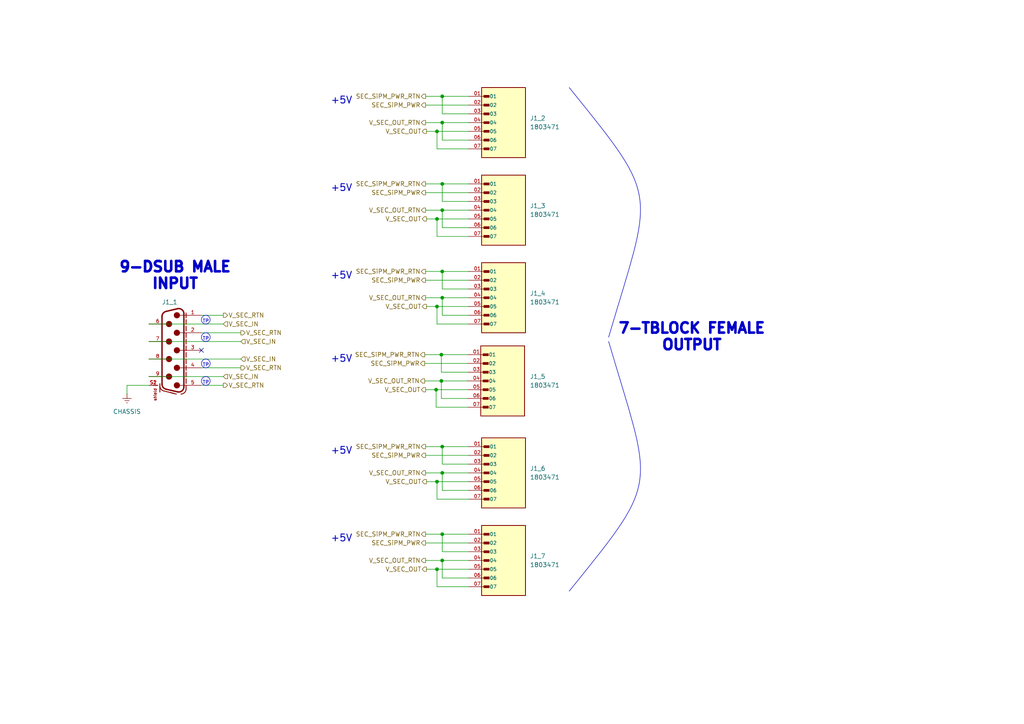
<source format=kicad_sch>
(kicad_sch
	(version 20250114)
	(generator "eeschema")
	(generator_version "9.0")
	(uuid "d40f26a5-bb87-456f-ad42-51b0b7d4fadb")
	(paper "A4")
	(lib_symbols
		(symbol "Wurth Elektronik:1803471"
			(pin_names
				(offset 1.016)
			)
			(exclude_from_sim no)
			(in_bom yes)
			(on_board yes)
			(property "Reference" "J"
				(at -6.858 10.16 0)
				(effects
					(font
						(size 1.27 1.27)
					)
					(justify left bottom)
				)
			)
			(property "Value" "1803471"
				(at -6.35 -12.7 0)
				(effects
					(font
						(size 1.27 1.27)
					)
					(justify left bottom)
				)
			)
			(property "Footprint" "PHOENIX_1803471"
				(at 0 0 0)
				(effects
					(font
						(size 1.27 1.27)
					)
					(justify left bottom)
					(hide yes)
				)
			)
			(property "Datasheet" ""
				(at 0 0 0)
				(effects
					(font
						(size 1.27 1.27)
					)
					(justify left bottom)
					(hide yes)
				)
			)
			(property "Description" ""
				(at 0 0 0)
				(effects
					(font
						(size 1.27 1.27)
					)
					(hide yes)
				)
			)
			(property "PARTREV" "25.02.2015"
				(at 0 0 0)
				(effects
					(font
						(size 1.27 1.27)
					)
					(justify left bottom)
					(hide yes)
				)
			)
			(property "STANDARD" "Manufacturer Recommendations"
				(at 0 0 0)
				(effects
					(font
						(size 1.27 1.27)
					)
					(justify left bottom)
					(hide yes)
				)
			)
			(property "MANUFACTURER" "Phoenix Contact"
				(at 0 0 0)
				(effects
					(font
						(size 1.27 1.27)
					)
					(justify left bottom)
					(hide yes)
				)
			)
			(property "ki_locked" ""
				(at 0 0 0)
				(effects
					(font
						(size 1.27 1.27)
					)
				)
			)
			(symbol "1803471_0_0"
				(rectangle
					(start -6.35 -10.16)
					(end 6.35 10.16)
					(stroke
						(width 0.254)
						(type solid)
					)
					(fill
						(type background)
					)
				)
				(rectangle
					(start -5.715 7.2898)
					(end -4.1402 7.9248)
					(stroke
						(width 0)
						(type solid)
					)
					(fill
						(type outline)
					)
				)
				(rectangle
					(start -5.715 4.7498)
					(end -4.1402 5.3848)
					(stroke
						(width 0)
						(type solid)
					)
					(fill
						(type outline)
					)
				)
				(rectangle
					(start -5.715 2.2098)
					(end -4.1402 2.8448)
					(stroke
						(width 0)
						(type solid)
					)
					(fill
						(type outline)
					)
				)
				(rectangle
					(start -5.715 -0.3048)
					(end -4.1402 0.3048)
					(stroke
						(width 0)
						(type solid)
					)
					(fill
						(type outline)
					)
				)
				(rectangle
					(start -5.715 -2.8448)
					(end -4.1402 -2.2098)
					(stroke
						(width 0)
						(type solid)
					)
					(fill
						(type outline)
					)
				)
				(rectangle
					(start -5.715 -5.3848)
					(end -4.1402 -4.7498)
					(stroke
						(width 0)
						(type solid)
					)
					(fill
						(type outline)
					)
				)
				(rectangle
					(start -5.715 -7.9248)
					(end -4.1402 -7.2898)
					(stroke
						(width 0)
						(type solid)
					)
					(fill
						(type outline)
					)
				)
				(pin passive line
					(at -10.16 7.62 0)
					(length 5.08)
					(name "01"
						(effects
							(font
								(size 1.016 1.016)
							)
						)
					)
					(number "01"
						(effects
							(font
								(size 1.016 1.016)
							)
						)
					)
				)
				(pin passive line
					(at -10.16 5.08 0)
					(length 5.08)
					(name "02"
						(effects
							(font
								(size 1.016 1.016)
							)
						)
					)
					(number "02"
						(effects
							(font
								(size 1.016 1.016)
							)
						)
					)
				)
				(pin passive line
					(at -10.16 2.54 0)
					(length 5.08)
					(name "03"
						(effects
							(font
								(size 1.016 1.016)
							)
						)
					)
					(number "03"
						(effects
							(font
								(size 1.016 1.016)
							)
						)
					)
				)
				(pin passive line
					(at -10.16 0 0)
					(length 5.08)
					(name "04"
						(effects
							(font
								(size 1.016 1.016)
							)
						)
					)
					(number "04"
						(effects
							(font
								(size 1.016 1.016)
							)
						)
					)
				)
				(pin passive line
					(at -10.16 -2.54 0)
					(length 5.08)
					(name "05"
						(effects
							(font
								(size 1.016 1.016)
							)
						)
					)
					(number "05"
						(effects
							(font
								(size 1.016 1.016)
							)
						)
					)
				)
				(pin passive line
					(at -10.16 -5.08 0)
					(length 5.08)
					(name "06"
						(effects
							(font
								(size 1.016 1.016)
							)
						)
					)
					(number "06"
						(effects
							(font
								(size 1.016 1.016)
							)
						)
					)
				)
				(pin passive line
					(at -10.16 -7.62 0)
					(length 5.08)
					(name "07"
						(effects
							(font
								(size 1.016 1.016)
							)
						)
					)
					(number "07"
						(effects
							(font
								(size 1.016 1.016)
							)
						)
					)
				)
			)
			(embedded_fonts no)
		)
		(symbol "Wurth_Elektronik:6180XX231221_618009231221"
			(pin_names
				(offset 1.016)
			)
			(exclude_from_sim no)
			(in_bom yes)
			(on_board yes)
			(property "Reference" "J"
				(at 13.78 1.66 0)
				(effects
					(font
						(size 1.27 1.27)
					)
					(justify left bottom)
				)
			)
			(property "Value" "618009231221"
				(at 0 0 0)
				(effects
					(font
						(size 1.27 1.27)
					)
					(justify bottom)
					(hide yes)
				)
			)
			(property "Footprint" "Wurth_Elektronik:618009231221"
				(at 0 0 0)
				(effects
					(font
						(size 1.27 1.27)
					)
					(justify bottom)
					(hide yes)
				)
			)
			(property "Datasheet" "https://www.we-online.com/components/products/datasheet/618009231221.pdf"
				(at 0 0 0)
				(effects
					(font
						(size 1.27 1.27)
					)
					(hide yes)
				)
			)
			(property "Description" "9 Position D-Sub Plug, Male Pins Connector"
				(at 0 0 0)
				(effects
					(font
						(size 1.27 1.27)
					)
					(hide yes)
				)
			)
			(property "Manufacturer" "Wurth Electronics"
				(at 0 0 0)
				(effects
					(font
						(size 1.27 1.27)
					)
					(justify bottom)
					(hide yes)
				)
			)
			(property "Man. Part Num" "618009231221"
				(at 0 0 0)
				(effects
					(font
						(size 1.27 1.27)
					)
					(justify bottom)
					(hide yes)
				)
			)
			(property "Gender" "Male"
				(at 0 0 0)
				(effects
					(font
						(size 1.27 1.27)
					)
					(justify bottom)
					(hide yes)
				)
			)
			(property "Voltage Rating" "125 V(AC)"
				(at 0 0 0)
				(effects
					(font
						(size 1.27 1.27)
					)
					(justify bottom)
					(hide yes)
				)
			)
			(property "Part Type" "Through Hole"
				(at 0 0 0)
				(effects
					(font
						(size 1.27 1.27)
					)
					(hide yes)
				)
			)
			(property "Distributor" "Digikey"
				(at 0 0 0)
				(effects
					(font
						(size 1.27 1.27)
					)
					(hide yes)
				)
			)
			(property "Dist. Part Num" "732-618009231221-ND"
				(at 0 0 0)
				(effects
					(font
						(size 1.27 1.27)
					)
					(hide yes)
				)
			)
			(property "Dist. URL" "https://www.digikey.com/en/products/detail/w%C3%BCrth-elektronik/618009231221/10484658?s=N4IgTCBcDaIGwEYAcAGFBOMBmBYwJAF0BfIA"
				(at 0 0 0)
				(effects
					(font
						(size 1.27 1.27)
					)
					(hide yes)
				)
			)
			(property "ki_keywords" "9 Position D-Sub Plug, Male Pins Connector"
				(at 0 0 0)
				(effects
					(font
						(size 1.27 1.27)
					)
					(hide yes)
				)
			)
			(symbol "6180XX231221_618009231221_0_0"
				(polyline
					(pts
						(xy -11.2729 -2.6548) (xy -12.0642 0.6952)
					)
					(stroke
						(width 0.4064)
						(type default)
					)
					(fill
						(type none)
					)
				)
				(polyline
					(pts
						(xy -10.795 3.175) (xy -9.4305 3.175)
					)
					(stroke
						(width 0.254)
						(type default)
					)
					(fill
						(type none)
					)
				)
				(polyline
					(pts
						(xy -10.6044 2.54) (xy 10.6044 2.54)
					)
					(stroke
						(width 0.4064)
						(type default)
					)
					(fill
						(type none)
					)
				)
				(arc
					(start -12.0642 0.6952)
					(mid -11.7806 1.9708)
					(end -10.6044 2.54)
					(stroke
						(width 0.4064)
						(type default)
					)
					(fill
						(type none)
					)
				)
				(polyline
					(pts
						(xy -10.16 2.58) (xy -10.16 0.4)
					)
					(stroke
						(width 0.1524)
						(type default)
					)
					(fill
						(type none)
					)
				)
				(circle
					(center -10.16 0.508)
					(radius 0.762)
					(stroke
						(width 0.254)
						(type default)
					)
					(fill
						(type outline)
					)
				)
				(arc
					(start -9.8131 -3.81)
					(mid -10.7439 -3.4862)
					(end -11.2729 -2.6548)
					(stroke
						(width 0.4064)
						(type default)
					)
					(fill
						(type none)
					)
				)
				(polyline
					(pts
						(xy -8.89 3.175) (xy -7.5255 3.175)
					)
					(stroke
						(width 0.254)
						(type default)
					)
					(fill
						(type none)
					)
				)
				(circle
					(center -7.62 -1.778)
					(radius 0.762)
					(stroke
						(width 0.254)
						(type default)
					)
					(fill
						(type outline)
					)
				)
				(polyline
					(pts
						(xy -6.985 3.175) (xy -5.6205 3.175)
					)
					(stroke
						(width 0.254)
						(type default)
					)
					(fill
						(type none)
					)
				)
				(polyline
					(pts
						(xy -5.08 3.175) (xy -3.7155 3.175)
					)
					(stroke
						(width 0.254)
						(type default)
					)
					(fill
						(type none)
					)
				)
				(polyline
					(pts
						(xy -5.08 2.58) (xy -5.08 0.4)
					)
					(stroke
						(width 0.1524)
						(type default)
					)
					(fill
						(type none)
					)
				)
				(circle
					(center -5.08 0.508)
					(radius 0.762)
					(stroke
						(width 0.254)
						(type default)
					)
					(fill
						(type outline)
					)
				)
				(polyline
					(pts
						(xy -3.175 3.175) (xy -1.8105 3.175)
					)
					(stroke
						(width 0.254)
						(type default)
					)
					(fill
						(type none)
					)
				)
				(circle
					(center -2.54 -1.778)
					(radius 0.762)
					(stroke
						(width 0.254)
						(type default)
					)
					(fill
						(type outline)
					)
				)
				(polyline
					(pts
						(xy -1.27 3.175) (xy 0.0945 3.175)
					)
					(stroke
						(width 0.254)
						(type default)
					)
					(fill
						(type none)
					)
				)
				(polyline
					(pts
						(xy 0 2.58) (xy 0 0.4)
					)
					(stroke
						(width 0.1524)
						(type default)
					)
					(fill
						(type none)
					)
				)
				(circle
					(center 0 0.508)
					(radius 0.762)
					(stroke
						(width 0.254)
						(type default)
					)
					(fill
						(type outline)
					)
				)
				(polyline
					(pts
						(xy 0.635 3.175) (xy 1.9996 3.175)
					)
					(stroke
						(width 0.254)
						(type default)
					)
					(fill
						(type none)
					)
				)
				(polyline
					(pts
						(xy 2.54 3.175) (xy 3.9046 3.175)
					)
					(stroke
						(width 0.254)
						(type default)
					)
					(fill
						(type none)
					)
				)
				(circle
					(center 2.54 -1.778)
					(radius 0.762)
					(stroke
						(width 0.254)
						(type default)
					)
					(fill
						(type outline)
					)
				)
				(polyline
					(pts
						(xy 4.445 3.175) (xy 5.8096 3.175)
					)
					(stroke
						(width 0.254)
						(type default)
					)
					(fill
						(type none)
					)
				)
				(polyline
					(pts
						(xy 5.08 2.58) (xy 5.08 0.4)
					)
					(stroke
						(width 0.1524)
						(type default)
					)
					(fill
						(type none)
					)
				)
				(circle
					(center 5.08 0.508)
					(radius 0.762)
					(stroke
						(width 0.254)
						(type default)
					)
					(fill
						(type outline)
					)
				)
				(polyline
					(pts
						(xy 6.35 3.175) (xy 7.7146 3.175)
					)
					(stroke
						(width 0.254)
						(type default)
					)
					(fill
						(type none)
					)
				)
				(circle
					(center 7.62 -1.778)
					(radius 0.762)
					(stroke
						(width 0.254)
						(type default)
					)
					(fill
						(type outline)
					)
				)
				(polyline
					(pts
						(xy 8.255 3.175) (xy 9.6196 3.175)
					)
					(stroke
						(width 0.254)
						(type default)
					)
					(fill
						(type none)
					)
				)
				(arc
					(start 11.2729 -2.6548)
					(mid 10.7439 -3.4863)
					(end 9.8131 -3.81)
					(stroke
						(width 0.4064)
						(type default)
					)
					(fill
						(type none)
					)
				)
				(polyline
					(pts
						(xy 9.8131 -3.81) (xy -9.8131 -3.81)
					)
					(stroke
						(width 0.4064)
						(type default)
					)
					(fill
						(type none)
					)
				)
				(polyline
					(pts
						(xy 10.16 3.175) (xy 11.2 3.175)
					)
					(stroke
						(width 0.254)
						(type default)
					)
					(fill
						(type none)
					)
				)
				(polyline
					(pts
						(xy 10.16 2.58) (xy 10.16 0.4)
					)
					(stroke
						(width 0.1524)
						(type default)
					)
					(fill
						(type none)
					)
				)
				(circle
					(center 10.16 0.508)
					(radius 0.762)
					(stroke
						(width 0.254)
						(type default)
					)
					(fill
						(type outline)
					)
				)
				(polyline
					(pts
						(xy 10.16 -4.445) (xy 10.16 -4.445)
					)
					(stroke
						(width 0.254)
						(type default)
					)
					(fill
						(type none)
					)
				)
				(polyline
					(pts
						(xy 10.16 -6.35) (xy 10.16 -5.08)
					)
					(stroke
						(width 0.254)
						(type default)
					)
					(fill
						(type none)
					)
				)
				(polyline
					(pts
						(xy 10.2 -4.44) (xy 9.6938 -4.44)
					)
					(stroke
						(width 0.254)
						(type default)
					)
					(fill
						(type none)
					)
				)
				(arc
					(start 11.7841 -3.3038)
					(mid 11.2519 -4.1219)
					(end 10.3288 -4.44)
					(stroke
						(width 0.254)
						(type default)
					)
					(fill
						(type none)
					)
				)
				(arc
					(start 10.6044 2.54)
					(mid 11.7804 1.9707)
					(end 12.0642 0.6952)
					(stroke
						(width 0.4064)
						(type default)
					)
					(fill
						(type none)
					)
				)
				(arc
					(start 11.2 3.175)
					(mid 12.2607 2.7357)
					(end 12.7 1.675)
					(stroke
						(width 0.254)
						(type default)
					)
					(fill
						(type none)
					)
				)
				(polyline
					(pts
						(xy 11.7841 -3.3038) (xy 12.546 -0.256)
					)
					(stroke
						(width 0.254)
						(type default)
					)
					(fill
						(type none)
					)
				)
				(polyline
					(pts
						(xy 12.0642 0.6952) (xy 11.2729 -2.6548)
					)
					(stroke
						(width 0.4064)
						(type default)
					)
					(fill
						(type none)
					)
				)
				(polyline
					(pts
						(xy 12.105 -4.44) (xy 10.3288 -4.44)
					)
					(stroke
						(width 0.254)
						(type default)
					)
					(fill
						(type none)
					)
				)
				(polyline
					(pts
						(xy 12.2461 -1.4557) (xy 12.7 0.36)
					)
					(stroke
						(width 0.254)
						(type default)
					)
					(fill
						(type none)
					)
				)
				(text "shield"
					(at 10.9 -5.32 0)
					(effects
						(font
							(size 0.8128 0.8128)
						)
						(justify left bottom)
					)
				)
				(pin bidirectional line
					(at -10.16 7.62 270)
					(length 5.08)
					(name "~"
						(effects
							(font
								(size 1.016 1.016)
							)
						)
					)
					(number "1"
						(effects
							(font
								(size 1.016 1.016)
							)
						)
					)
				)
				(pin bidirectional line
					(at -7.62 -7.62 90)
					(length 5.08)
					(name "~"
						(effects
							(font
								(size 1.016 1.016)
							)
						)
					)
					(number "6"
						(effects
							(font
								(size 1.016 1.016)
							)
						)
					)
				)
				(pin bidirectional line
					(at -5.08 7.62 270)
					(length 5.08)
					(name "~"
						(effects
							(font
								(size 1.016 1.016)
							)
						)
					)
					(number "2"
						(effects
							(font
								(size 1.016 1.016)
							)
						)
					)
				)
				(pin bidirectional line
					(at -2.54 -7.62 90)
					(length 5.08)
					(name "~"
						(effects
							(font
								(size 1.016 1.016)
							)
						)
					)
					(number "7"
						(effects
							(font
								(size 1.016 1.016)
							)
						)
					)
				)
				(pin bidirectional line
					(at 0 7.62 270)
					(length 5.08)
					(name "~"
						(effects
							(font
								(size 1.016 1.016)
							)
						)
					)
					(number "3"
						(effects
							(font
								(size 1.016 1.016)
							)
						)
					)
				)
				(pin bidirectional line
					(at 2.54 -7.62 90)
					(length 5.08)
					(name "~"
						(effects
							(font
								(size 1.016 1.016)
							)
						)
					)
					(number "8"
						(effects
							(font
								(size 1.016 1.016)
							)
						)
					)
				)
				(pin bidirectional line
					(at 5.08 7.62 270)
					(length 5.08)
					(name "~"
						(effects
							(font
								(size 1.016 1.016)
							)
						)
					)
					(number "4"
						(effects
							(font
								(size 1.016 1.016)
							)
						)
					)
				)
				(pin bidirectional line
					(at 7.62 -7.62 90)
					(length 5.08)
					(name "~"
						(effects
							(font
								(size 1.016 1.016)
							)
						)
					)
					(number "9"
						(effects
							(font
								(size 1.016 1.016)
							)
						)
					)
				)
				(pin bidirectional line
					(at 10.16 7.62 270)
					(length 5.08)
					(name "~"
						(effects
							(font
								(size 1.016 1.016)
							)
						)
					)
					(number "5"
						(effects
							(font
								(size 1.016 1.016)
							)
						)
					)
				)
				(pin bidirectional line
					(at 10.16 -7.62 90)
					(length 2.54)
					(name "~"
						(effects
							(font
								(size 1.016 1.016)
							)
						)
					)
					(number "S1"
						(effects
							(font
								(size 1.016 1.016)
							)
						)
					)
				)
				(pin bidirectional line
					(at 10.16 -7.62 90)
					(length 2.54)
					(name "~"
						(effects
							(font
								(size 1.016 1.016)
							)
						)
					)
					(number "S2"
						(effects
							(font
								(size 1.016 1.016)
							)
						)
					)
				)
			)
			(embedded_fonts no)
		)
		(symbol "power:Earth"
			(power)
			(pin_numbers
				(hide yes)
			)
			(pin_names
				(offset 0)
				(hide yes)
			)
			(exclude_from_sim no)
			(in_bom yes)
			(on_board yes)
			(property "Reference" "#PWR"
				(at 0 -6.35 0)
				(effects
					(font
						(size 1.27 1.27)
					)
					(hide yes)
				)
			)
			(property "Value" "Earth"
				(at 0 -3.81 0)
				(effects
					(font
						(size 1.27 1.27)
					)
				)
			)
			(property "Footprint" ""
				(at 0 0 0)
				(effects
					(font
						(size 1.27 1.27)
					)
					(hide yes)
				)
			)
			(property "Datasheet" "~"
				(at 0 0 0)
				(effects
					(font
						(size 1.27 1.27)
					)
					(hide yes)
				)
			)
			(property "Description" "Power symbol creates a global label with name \"Earth\""
				(at 0 0 0)
				(effects
					(font
						(size 1.27 1.27)
					)
					(hide yes)
				)
			)
			(property "ki_keywords" "global ground gnd"
				(at 0 0 0)
				(effects
					(font
						(size 1.27 1.27)
					)
					(hide yes)
				)
			)
			(symbol "Earth_0_1"
				(polyline
					(pts
						(xy -0.635 -1.905) (xy 0.635 -1.905)
					)
					(stroke
						(width 0)
						(type default)
					)
					(fill
						(type none)
					)
				)
				(polyline
					(pts
						(xy -0.127 -2.54) (xy 0.127 -2.54)
					)
					(stroke
						(width 0)
						(type default)
					)
					(fill
						(type none)
					)
				)
				(polyline
					(pts
						(xy 0 -1.27) (xy 0 0)
					)
					(stroke
						(width 0)
						(type default)
					)
					(fill
						(type none)
					)
				)
				(polyline
					(pts
						(xy 1.27 -1.27) (xy -1.27 -1.27)
					)
					(stroke
						(width 0)
						(type default)
					)
					(fill
						(type none)
					)
				)
			)
			(symbol "Earth_1_1"
				(pin power_in line
					(at 0 0 270)
					(length 0)
					(name "~"
						(effects
							(font
								(size 1.27 1.27)
							)
						)
					)
					(number "1"
						(effects
							(font
								(size 1.27 1.27)
							)
						)
					)
				)
			)
			(embedded_fonts no)
		)
	)
	(circle
		(center 59.69 105.41)
		(radius 1.27)
		(stroke
			(width 0)
			(type default)
		)
		(fill
			(type none)
		)
		(uuid 31881380-391c-4fb2-9520-cb3e466efdab)
	)
	(circle
		(center 59.69 97.79)
		(radius 1.27)
		(stroke
			(width 0)
			(type default)
		)
		(fill
			(type none)
		)
		(uuid 79340baf-b9d8-49fc-a8fa-ac6322ca4e3f)
	)
	(circle
		(center 59.69 110.49)
		(radius 1.27)
		(stroke
			(width 0)
			(type default)
		)
		(fill
			(type none)
		)
		(uuid 85cd8abf-79f7-4602-b497-5b6d080d0536)
	)
	(bezier
		(pts
			(xy 165.1 25.4) (xy 191.77 58.42) (xy 189.23 54.61) (xy 176.53 97.79)
		)
		(stroke
			(width 0)
			(type default)
		)
		(fill
			(type none)
		)
		(uuid 885b484e-83b3-4e94-b1d4-b75bcb01df3f)
	)
	(bezier
		(pts
			(xy 165.1 171.45) (xy 191.77 138.43) (xy 189.23 142.24) (xy 176.53 99.06)
		)
		(stroke
			(width 0)
			(type default)
		)
		(fill
			(type none)
		)
		(uuid 95873aee-5507-4cca-8214-0db4c83c6981)
	)
	(circle
		(center 59.6781 92.71)
		(radius 1.27)
		(stroke
			(width 0)
			(type default)
		)
		(fill
			(type none)
		)
		(uuid e5105f1d-d07e-49b6-b7c4-d4f436716957)
	)
	(text "TP"
		(exclude_from_sim no)
		(at 59.69 97.79 0)
		(effects
			(font
				(size 1 1)
			)
			(justify top)
		)
		(uuid "0245cdf7-5b75-44de-bfb3-835223baf6e5")
	)
	(text "+5V"
		(exclude_from_sim no)
		(at 99.06 130.81 0)
		(effects
			(font
				(size 2 2)
				(thickness 0.254)
				(bold yes)
			)
		)
		(uuid "063828af-d9dc-4d59-9aa6-2a0b1f1eebf5")
	)
	(text "+5V"
		(exclude_from_sim no)
		(at 99.06 80.01 0)
		(effects
			(font
				(size 2 2)
				(thickness 0.254)
				(bold yes)
			)
		)
		(uuid "0f7337b4-0305-40eb-a9c9-31963c7f6294")
	)
	(text "9-DSUB MALE\nINPUT"
		(exclude_from_sim no)
		(at 50.8 80.01 0)
		(effects
			(font
				(size 3 3)
				(thickness 1)
				(bold yes)
			)
		)
		(uuid "14ff6b9f-9a22-4a80-bcdd-a9817a690e20")
	)
	(text "+5V"
		(exclude_from_sim no)
		(at 99.06 54.61 0)
		(effects
			(font
				(size 2 2)
				(thickness 0.254)
				(bold yes)
			)
		)
		(uuid "1fe9647e-5726-4a16-b492-e78b80d7c9fb")
	)
	(text "+5V"
		(exclude_from_sim no)
		(at 99.06 104.14 0)
		(effects
			(font
				(size 2 2)
				(thickness 0.254)
				(bold yes)
			)
		)
		(uuid "5851acf0-010a-4f9a-a419-5d46fa4089a0")
	)
	(text "TP"
		(exclude_from_sim no)
		(at 59.6781 92.71 0)
		(effects
			(font
				(size 1 1)
			)
			(justify top)
		)
		(uuid "7c4d77c9-ce70-4ebe-8d6d-f70b442f3cac")
	)
	(text "+5V"
		(exclude_from_sim no)
		(at 99.06 29.21 0)
		(effects
			(font
				(size 2 2)
				(thickness 0.254)
				(bold yes)
			)
		)
		(uuid "827c90e1-8b82-4bfa-b98d-bb3081881ce6")
	)
	(text "+5V"
		(exclude_from_sim no)
		(at 99.06 156.21 0)
		(effects
			(font
				(size 2 2)
				(thickness 0.254)
				(bold yes)
			)
		)
		(uuid "cf5aeee0-dd7a-4886-9349-ddef168e5c16")
	)
	(text "TP"
		(exclude_from_sim no)
		(at 59.69 105.41 0)
		(effects
			(font
				(size 1 1)
			)
			(justify top)
		)
		(uuid "d0ae365b-341e-4269-9706-50e7d9f9ed00")
	)
	(text "TP"
		(exclude_from_sim no)
		(at 59.69 110.49 0)
		(effects
			(font
				(size 1 1)
			)
			(justify top)
		)
		(uuid "d60457c0-205c-41ee-aeb1-102dbb98401b")
	)
	(text "7-TBLOCK FEMALE\nOUTPUT"
		(exclude_from_sim no)
		(at 200.66 97.79 0)
		(effects
			(font
				(size 3 3)
				(thickness 1)
				(bold yes)
			)
		)
		(uuid "eeca5a49-4995-4e45-821f-5e064ce266b2")
	)
	(junction
		(at 128.27 78.74)
		(diameter 0)
		(color 0 0 0 0)
		(uuid "0f1a4c2f-31bc-4cdb-bfa6-f71003b0f92f")
	)
	(junction
		(at 128.27 162.56)
		(diameter 0)
		(color 0 0 0 0)
		(uuid "132c5b04-8a63-437d-8ac8-922e2e88a401")
	)
	(junction
		(at 126.746 139.7)
		(diameter 0)
		(color 0 0 0 0)
		(uuid "148b4717-8bca-412c-94be-940fd2fb8d4a")
	)
	(junction
		(at 128.27 35.56)
		(diameter 0)
		(color 0 0 0 0)
		(uuid "460341ec-3ef9-407d-aadb-022bd655e41b")
	)
	(junction
		(at 126.746 38.1)
		(diameter 0)
		(color 0 0 0 0)
		(uuid "4c7b802e-d250-4a3c-a0df-c45a25956669")
	)
	(junction
		(at 128.27 27.94)
		(diameter 0)
		(color 0 0 0 0)
		(uuid "4cbe541a-b9c7-489a-b193-fb95706dd6bc")
	)
	(junction
		(at 128.27 154.94)
		(diameter 0)
		(color 0 0 0 0)
		(uuid "51c7993b-1658-42ab-a135-edf01b34e855")
	)
	(junction
		(at 128.016 102.87)
		(diameter 0)
		(color 0 0 0 0)
		(uuid "7b6bf55d-1135-4fd4-8b2e-fd4cabedab03")
	)
	(junction
		(at 126.492 113.03)
		(diameter 0)
		(color 0 0 0 0)
		(uuid "7decd3ce-028d-4524-b67d-6b520ffa132a")
	)
	(junction
		(at 128.27 137.16)
		(diameter 0)
		(color 0 0 0 0)
		(uuid "a27a0c62-afe5-410b-bb11-554b1f247eaa")
	)
	(junction
		(at 126.746 165.1)
		(diameter 0)
		(color 0 0 0 0)
		(uuid "a88d01a1-9cc6-4e83-b5a8-37802df9fca5")
	)
	(junction
		(at 128.27 129.54)
		(diameter 0)
		(color 0 0 0 0)
		(uuid "b7bd06e3-7efd-4dc3-8037-fcb70703ff72")
	)
	(junction
		(at 128.27 86.36)
		(diameter 0)
		(color 0 0 0 0)
		(uuid "b8c27d36-fee9-4dd0-b0a6-04526cd86426")
	)
	(junction
		(at 128.27 53.34)
		(diameter 0)
		(color 0 0 0 0)
		(uuid "c20f4ce3-5b48-4db5-bc2d-1cd58031a2fd")
	)
	(junction
		(at 128.016 110.49)
		(diameter 0)
		(color 0 0 0 0)
		(uuid "cd256746-fbf0-423c-8b58-1fab5f1032b2")
	)
	(junction
		(at 126.746 88.9)
		(diameter 0)
		(color 0 0 0 0)
		(uuid "dd8dd1ba-e983-4a07-b966-a39505bc7f73")
	)
	(junction
		(at 128.27 60.96)
		(diameter 0)
		(color 0 0 0 0)
		(uuid "e9570794-4b3d-4ad9-bcd2-a4c6aa5e4ccc")
	)
	(junction
		(at 126.746 63.5)
		(diameter 0)
		(color 0 0 0 0)
		(uuid "fec4e74e-d49d-43f6-a177-879d79358c50")
	)
	(no_connect
		(at 58.42 101.6)
		(uuid "cc40f3e1-7a31-4e9e-b20c-41d55ea46098")
	)
	(wire
		(pts
			(xy 58.42 106.68) (xy 69.85 106.68)
		)
		(stroke
			(width 0)
			(type default)
		)
		(uuid "0142ae13-b4ca-4a0b-8208-c5c1047793ef")
	)
	(wire
		(pts
			(xy 123.698 139.7) (xy 126.746 139.7)
		)
		(stroke
			(width 0)
			(type default)
		)
		(uuid "05a77eae-79d0-4e4e-8185-512e6e98a436")
	)
	(wire
		(pts
			(xy 128.27 27.94) (xy 135.89 27.94)
		)
		(stroke
			(width 0)
			(type default)
		)
		(uuid "061241fc-dd36-4b49-83bc-4eacd9c4cac1")
	)
	(wire
		(pts
			(xy 128.27 129.54) (xy 135.89 129.54)
		)
		(stroke
			(width 0)
			(type default)
		)
		(uuid "0c613f22-d04a-49f2-af32-3c4a23f4831c")
	)
	(wire
		(pts
			(xy 135.89 167.64) (xy 128.27 167.64)
		)
		(stroke
			(width 0)
			(type default)
		)
		(uuid "0f3b1eff-ee31-4fe6-bfec-c23e3a4d48e8")
	)
	(wire
		(pts
			(xy 135.636 115.57) (xy 128.016 115.57)
		)
		(stroke
			(width 0)
			(type default)
		)
		(uuid "0ff4647b-888a-412b-b2c0-b35b9ae51c2b")
	)
	(wire
		(pts
			(xy 123.444 30.48) (xy 135.89 30.48)
		)
		(stroke
			(width 0)
			(type default)
		)
		(uuid "1da1d968-b80c-42c0-8b0e-019cd3b1ded1")
	)
	(wire
		(pts
			(xy 128.016 115.57) (xy 128.016 110.49)
		)
		(stroke
			(width 0)
			(type default)
		)
		(uuid "21d89ccc-6170-49ef-be62-87cffe94908a")
	)
	(wire
		(pts
			(xy 128.27 91.44) (xy 128.27 86.36)
		)
		(stroke
			(width 0)
			(type default)
		)
		(uuid "23552d67-8c81-4e74-94a0-199af647999f")
	)
	(wire
		(pts
			(xy 123.698 88.9) (xy 126.746 88.9)
		)
		(stroke
			(width 0)
			(type default)
		)
		(uuid "247afe9e-87c2-492a-8bb5-5a470bc74c27")
	)
	(wire
		(pts
			(xy 123.19 105.41) (xy 135.636 105.41)
		)
		(stroke
			(width 0)
			(type default)
		)
		(uuid "2689c624-c54e-41ed-933a-5a2f606c8a2b")
	)
	(wire
		(pts
			(xy 135.636 107.95) (xy 128.016 107.95)
		)
		(stroke
			(width 0)
			(type default)
		)
		(uuid "2cdde556-0844-49b7-977c-5593adf36357")
	)
	(wire
		(pts
			(xy 128.27 86.36) (xy 123.444 86.36)
		)
		(stroke
			(width 0)
			(type default)
		)
		(uuid "32d71605-c898-4d05-945c-cc355c950261")
	)
	(wire
		(pts
			(xy 128.27 78.74) (xy 135.89 78.74)
		)
		(stroke
			(width 0)
			(type default)
		)
		(uuid "3554fed2-6e5c-41c7-b5e8-c112497574ad")
	)
	(wire
		(pts
			(xy 135.89 137.16) (xy 128.27 137.16)
		)
		(stroke
			(width 0)
			(type default)
		)
		(uuid "356c2fee-4ee2-4577-b72c-26d663e9fc7c")
	)
	(wire
		(pts
			(xy 126.746 139.7) (xy 135.89 139.7)
		)
		(stroke
			(width 0)
			(type default)
		)
		(uuid "360ae233-53a7-48cf-8812-ef9dd247513e")
	)
	(wire
		(pts
			(xy 69.85 99.06) (xy 43.18 99.06)
		)
		(stroke
			(width 0)
			(type default)
		)
		(uuid "364c0bb0-6152-4d2b-a187-ae73661d5e55")
	)
	(wire
		(pts
			(xy 58.42 96.52) (xy 69.85 96.52)
		)
		(stroke
			(width 0)
			(type default)
		)
		(uuid "36838fa9-b9e4-4705-ba7b-c479943cd611")
	)
	(wire
		(pts
			(xy 135.89 162.56) (xy 128.27 162.56)
		)
		(stroke
			(width 0)
			(type default)
		)
		(uuid "3ab63790-4180-4ef2-8970-4348584be3c3")
	)
	(wire
		(pts
			(xy 135.89 66.04) (xy 128.27 66.04)
		)
		(stroke
			(width 0)
			(type default)
		)
		(uuid "3acd982f-75e6-4c76-b504-451390262102")
	)
	(wire
		(pts
			(xy 126.746 43.18) (xy 126.746 38.1)
		)
		(stroke
			(width 0)
			(type default)
		)
		(uuid "3c89112e-a9b6-4ba3-84f4-41959a4d8723")
	)
	(wire
		(pts
			(xy 126.746 165.1) (xy 135.89 165.1)
		)
		(stroke
			(width 0)
			(type default)
		)
		(uuid "3d391862-b882-48cd-90ad-15b4d2e0a619")
	)
	(wire
		(pts
			(xy 135.89 144.78) (xy 126.746 144.78)
		)
		(stroke
			(width 0)
			(type default)
		)
		(uuid "3e9cd155-b905-4bed-98a0-168af4124af6")
	)
	(wire
		(pts
			(xy 128.27 167.64) (xy 128.27 162.56)
		)
		(stroke
			(width 0)
			(type default)
		)
		(uuid "4076552b-ff4b-4827-87cf-b379af6a5ba5")
	)
	(wire
		(pts
			(xy 128.016 102.87) (xy 135.636 102.87)
		)
		(stroke
			(width 0)
			(type default)
		)
		(uuid "45ad1937-68f9-4cb1-a683-e0dc3fa71b3a")
	)
	(wire
		(pts
			(xy 135.89 40.64) (xy 128.27 40.64)
		)
		(stroke
			(width 0)
			(type default)
		)
		(uuid "4dad13f7-be55-4fb9-b447-d740c002b1c6")
	)
	(wire
		(pts
			(xy 123.444 53.34) (xy 128.27 53.34)
		)
		(stroke
			(width 0)
			(type default)
		)
		(uuid "54a2b6e1-bede-4354-9997-d6573a4f1ced")
	)
	(wire
		(pts
			(xy 128.27 162.56) (xy 123.444 162.56)
		)
		(stroke
			(width 0)
			(type default)
		)
		(uuid "5974bf59-444f-4165-970d-a149f08d913c")
	)
	(wire
		(pts
			(xy 126.492 113.03) (xy 135.636 113.03)
		)
		(stroke
			(width 0)
			(type default)
		)
		(uuid "6db10a38-af63-455b-aa9d-01cbe4659d01")
	)
	(wire
		(pts
			(xy 135.89 68.58) (xy 126.746 68.58)
		)
		(stroke
			(width 0)
			(type default)
		)
		(uuid "6f2e2c69-e09a-49ee-9267-1dadf93699c2")
	)
	(wire
		(pts
			(xy 135.89 170.18) (xy 126.746 170.18)
		)
		(stroke
			(width 0)
			(type default)
		)
		(uuid "7396a0a8-516f-4755-997e-6992de94de4a")
	)
	(wire
		(pts
			(xy 135.89 142.24) (xy 128.27 142.24)
		)
		(stroke
			(width 0)
			(type default)
		)
		(uuid "7405b920-7b93-4bf9-b0da-20ddf3d948c7")
	)
	(wire
		(pts
			(xy 126.746 88.9) (xy 135.89 88.9)
		)
		(stroke
			(width 0)
			(type default)
		)
		(uuid "752afd97-6aec-4f79-a669-ee0cecf76b2f")
	)
	(wire
		(pts
			(xy 135.89 93.98) (xy 126.746 93.98)
		)
		(stroke
			(width 0)
			(type default)
		)
		(uuid "76c8dbb1-e7ee-42b4-ba07-a433c1936384")
	)
	(wire
		(pts
			(xy 128.27 83.82) (xy 128.27 78.74)
		)
		(stroke
			(width 0)
			(type default)
		)
		(uuid "796e9c9b-bae8-41a8-92a8-84aa09e6fce6")
	)
	(wire
		(pts
			(xy 128.27 137.16) (xy 123.444 137.16)
		)
		(stroke
			(width 0)
			(type default)
		)
		(uuid "7f29eeca-d3b3-49a4-9fed-048584e81e6d")
	)
	(wire
		(pts
			(xy 135.89 86.36) (xy 128.27 86.36)
		)
		(stroke
			(width 0)
			(type default)
		)
		(uuid "82158565-0176-4746-bcbe-7c503564aee1")
	)
	(wire
		(pts
			(xy 135.89 60.96) (xy 128.27 60.96)
		)
		(stroke
			(width 0)
			(type default)
		)
		(uuid "85463c79-ac5f-4164-80d2-f172ad132e1d")
	)
	(wire
		(pts
			(xy 123.444 154.94) (xy 128.27 154.94)
		)
		(stroke
			(width 0)
			(type default)
		)
		(uuid "8993abd3-8e3d-4301-a8f0-2e29b26d84a7")
	)
	(wire
		(pts
			(xy 135.89 33.02) (xy 128.27 33.02)
		)
		(stroke
			(width 0)
			(type default)
		)
		(uuid "8a254101-22ca-4c7f-9919-194280afc7c8")
	)
	(wire
		(pts
			(xy 135.636 110.49) (xy 128.016 110.49)
		)
		(stroke
			(width 0)
			(type default)
		)
		(uuid "8afa6ebb-c4f4-4b68-ad76-5abc8e008bba")
	)
	(wire
		(pts
			(xy 123.444 132.08) (xy 135.89 132.08)
		)
		(stroke
			(width 0)
			(type default)
		)
		(uuid "912ba007-f6eb-4cc6-abac-a5c73cca40cd")
	)
	(wire
		(pts
			(xy 123.444 113.03) (xy 126.492 113.03)
		)
		(stroke
			(width 0)
			(type default)
		)
		(uuid "93989d29-860d-4d22-af42-48ffb295ce7f")
	)
	(wire
		(pts
			(xy 123.444 157.48) (xy 135.89 157.48)
		)
		(stroke
			(width 0)
			(type default)
		)
		(uuid "93e474c7-049f-43c4-bd3d-d5b0e8bf66c3")
	)
	(wire
		(pts
			(xy 135.89 35.56) (xy 128.27 35.56)
		)
		(stroke
			(width 0)
			(type default)
		)
		(uuid "93fdf487-3500-4e86-99ba-64357885b4d2")
	)
	(wire
		(pts
			(xy 126.746 63.5) (xy 135.89 63.5)
		)
		(stroke
			(width 0)
			(type default)
		)
		(uuid "99b52bcd-0a06-4072-87d6-660ffdc5018b")
	)
	(wire
		(pts
			(xy 135.89 91.44) (xy 128.27 91.44)
		)
		(stroke
			(width 0)
			(type default)
		)
		(uuid "9aea0fa6-1ba5-4e6b-8576-4a68134ab96d")
	)
	(wire
		(pts
			(xy 128.27 154.94) (xy 135.89 154.94)
		)
		(stroke
			(width 0)
			(type default)
		)
		(uuid "9bc35d75-b8ec-4a34-a855-172e3ff5242e")
	)
	(wire
		(pts
			(xy 128.27 53.34) (xy 135.89 53.34)
		)
		(stroke
			(width 0)
			(type default)
		)
		(uuid "9e8f9b6b-5e5b-435e-be78-2d98a81cb751")
	)
	(wire
		(pts
			(xy 128.016 110.49) (xy 123.19 110.49)
		)
		(stroke
			(width 0)
			(type default)
		)
		(uuid "a006107f-e5f1-4e5c-b0fd-878c386d8f7c")
	)
	(wire
		(pts
			(xy 126.746 68.58) (xy 126.746 63.5)
		)
		(stroke
			(width 0)
			(type default)
		)
		(uuid "a0589c2c-c371-4157-b6cb-d9c83320b941")
	)
	(wire
		(pts
			(xy 128.27 160.02) (xy 128.27 154.94)
		)
		(stroke
			(width 0)
			(type default)
		)
		(uuid "a21ed1bf-149f-4bc5-9ce3-a597acd9d009")
	)
	(wire
		(pts
			(xy 64.77 109.22) (xy 43.18 109.22)
		)
		(stroke
			(width 0)
			(type default)
		)
		(uuid "a3b79150-69cc-4553-be88-513e52bf0a4f")
	)
	(wire
		(pts
			(xy 135.89 83.82) (xy 128.27 83.82)
		)
		(stroke
			(width 0)
			(type default)
		)
		(uuid "a62d874d-ccd0-4188-8985-eb0f8bdb809f")
	)
	(wire
		(pts
			(xy 135.89 160.02) (xy 128.27 160.02)
		)
		(stroke
			(width 0)
			(type default)
		)
		(uuid "a67ceb66-24ed-4ec6-baf6-1b213baaf316")
	)
	(wire
		(pts
			(xy 128.27 142.24) (xy 128.27 137.16)
		)
		(stroke
			(width 0)
			(type default)
		)
		(uuid "a7a0bb82-fb1b-41b7-a9bd-7279bd6bb7cb")
	)
	(wire
		(pts
			(xy 126.746 38.1) (xy 135.89 38.1)
		)
		(stroke
			(width 0)
			(type default)
		)
		(uuid "ab132f39-ccbc-4003-ac39-909f0a85e0d5")
	)
	(wire
		(pts
			(xy 126.746 170.18) (xy 126.746 165.1)
		)
		(stroke
			(width 0)
			(type default)
		)
		(uuid "aee95aa8-ab2a-4bd2-9397-8ebbf6d573ae")
	)
	(wire
		(pts
			(xy 43.18 111.76) (xy 36.83 111.76)
		)
		(stroke
			(width 0)
			(type default)
		)
		(uuid "b0ba9826-4fc7-4aba-911b-81c7aae73f19")
	)
	(wire
		(pts
			(xy 135.89 43.18) (xy 126.746 43.18)
		)
		(stroke
			(width 0)
			(type default)
		)
		(uuid "b20c8a46-0c03-45e1-8a27-d747e572073e")
	)
	(wire
		(pts
			(xy 128.27 58.42) (xy 128.27 53.34)
		)
		(stroke
			(width 0)
			(type default)
		)
		(uuid "b2e77318-71a3-455f-a62a-5ed4a46136b3")
	)
	(wire
		(pts
			(xy 123.444 27.94) (xy 128.27 27.94)
		)
		(stroke
			(width 0)
			(type default)
		)
		(uuid "b5fb3632-d855-4b38-a782-e2609ec16859")
	)
	(wire
		(pts
			(xy 126.746 93.98) (xy 126.746 88.9)
		)
		(stroke
			(width 0)
			(type default)
		)
		(uuid "b754bbb2-1966-47fa-bbfe-a1c0b4b5e611")
	)
	(wire
		(pts
			(xy 128.016 107.95) (xy 128.016 102.87)
		)
		(stroke
			(width 0)
			(type default)
		)
		(uuid "b763d233-f881-470f-a805-d519f860cf26")
	)
	(wire
		(pts
			(xy 128.27 40.64) (xy 128.27 35.56)
		)
		(stroke
			(width 0)
			(type default)
		)
		(uuid "ba408bd6-2b4b-4551-8617-d9c57555627f")
	)
	(wire
		(pts
			(xy 135.89 58.42) (xy 128.27 58.42)
		)
		(stroke
			(width 0)
			(type default)
		)
		(uuid "bc4cf1c0-9518-4077-8f62-345898893549")
	)
	(wire
		(pts
			(xy 128.27 134.62) (xy 128.27 129.54)
		)
		(stroke
			(width 0)
			(type default)
		)
		(uuid "c160554a-54d1-4517-96f2-75b32bcca715")
	)
	(wire
		(pts
			(xy 126.746 144.78) (xy 126.746 139.7)
		)
		(stroke
			(width 0)
			(type default)
		)
		(uuid "cdef311e-f113-4ce1-9f03-10481c5b14df")
	)
	(wire
		(pts
			(xy 135.89 134.62) (xy 128.27 134.62)
		)
		(stroke
			(width 0)
			(type default)
		)
		(uuid "d0119a19-953f-4209-9c53-b97db8a40af5")
	)
	(wire
		(pts
			(xy 58.42 91.44) (xy 64.77 91.44)
		)
		(stroke
			(width 0)
			(type default)
		)
		(uuid "d377b529-4212-4e23-b86f-5f5b9cc906ff")
	)
	(wire
		(pts
			(xy 123.698 63.5) (xy 126.746 63.5)
		)
		(stroke
			(width 0)
			(type default)
		)
		(uuid "daa74d30-4aeb-4005-840e-ea0401765055")
	)
	(wire
		(pts
			(xy 128.27 33.02) (xy 128.27 27.94)
		)
		(stroke
			(width 0)
			(type default)
		)
		(uuid "dd081845-b3b3-4375-b6e1-76e576167682")
	)
	(wire
		(pts
			(xy 128.27 66.04) (xy 128.27 60.96)
		)
		(stroke
			(width 0)
			(type default)
		)
		(uuid "e04bacf4-1ac0-4880-9c7b-27dd6b341aee")
	)
	(wire
		(pts
			(xy 64.77 93.98) (xy 43.18 93.98)
		)
		(stroke
			(width 0)
			(type default)
		)
		(uuid "e211f925-2d3c-4416-81a6-921a03c18f13")
	)
	(wire
		(pts
			(xy 123.698 38.1) (xy 126.746 38.1)
		)
		(stroke
			(width 0)
			(type default)
		)
		(uuid "e5d52f4c-c638-4a4d-8ac9-a7edb3846f66")
	)
	(wire
		(pts
			(xy 123.19 102.87) (xy 128.016 102.87)
		)
		(stroke
			(width 0)
			(type default)
		)
		(uuid "e734009f-bc55-45a5-aa88-f7bfc7e2d0d4")
	)
	(wire
		(pts
			(xy 123.444 78.74) (xy 128.27 78.74)
		)
		(stroke
			(width 0)
			(type default)
		)
		(uuid "e7dddfe4-d8e6-465a-97e4-42048ed41699")
	)
	(wire
		(pts
			(xy 69.85 104.14) (xy 43.18 104.14)
		)
		(stroke
			(width 0)
			(type default)
		)
		(uuid "e88a852f-d6ff-41f6-ac77-91348d78ee4c")
	)
	(wire
		(pts
			(xy 123.444 129.54) (xy 128.27 129.54)
		)
		(stroke
			(width 0)
			(type default)
		)
		(uuid "eadf713d-ffc4-41f0-be0c-9dcd2df727bf")
	)
	(wire
		(pts
			(xy 126.492 118.11) (xy 126.492 113.03)
		)
		(stroke
			(width 0)
			(type default)
		)
		(uuid "ecd0a371-b837-41e7-a868-5c8c688685ea")
	)
	(wire
		(pts
			(xy 123.698 165.1) (xy 126.746 165.1)
		)
		(stroke
			(width 0)
			(type default)
		)
		(uuid "f0829b33-ae02-4177-adb2-af8e907c6f8e")
	)
	(wire
		(pts
			(xy 36.83 111.76) (xy 36.83 114.3)
		)
		(stroke
			(width 0)
			(type default)
		)
		(uuid "f0bf7943-587b-450f-b49f-2740dbc4857a")
	)
	(wire
		(pts
			(xy 123.444 81.28) (xy 135.89 81.28)
		)
		(stroke
			(width 0)
			(type default)
		)
		(uuid "f3c33ee5-628e-4329-aa98-7be6acca95ec")
	)
	(wire
		(pts
			(xy 135.636 118.11) (xy 126.492 118.11)
		)
		(stroke
			(width 0)
			(type default)
		)
		(uuid "f52c7e6d-e9b5-4206-b015-0b63942bd282")
	)
	(wire
		(pts
			(xy 123.444 55.88) (xy 135.89 55.88)
		)
		(stroke
			(width 0)
			(type default)
		)
		(uuid "f86ad4a6-eafa-4b0e-bc65-291b81a30236")
	)
	(wire
		(pts
			(xy 128.27 35.56) (xy 123.444 35.56)
		)
		(stroke
			(width 0)
			(type default)
		)
		(uuid "fa3f4940-3455-4668-9a34-7fa5216af427")
	)
	(wire
		(pts
			(xy 128.27 60.96) (xy 123.444 60.96)
		)
		(stroke
			(width 0)
			(type default)
		)
		(uuid "ff264b35-8e91-4a7d-8ba0-aa6a5566ec50")
	)
	(wire
		(pts
			(xy 58.42 111.76) (xy 64.77 111.76)
		)
		(stroke
			(width 0)
			(type default)
		)
		(uuid "ff7c1366-7000-4fae-8cae-d948ce1b041c")
	)
	(hierarchical_label "SEC_SiPM_PWR_RTN"
		(shape output)
		(at 123.444 78.74 180)
		(effects
			(font
				(size 1.27 1.27)
			)
			(justify right)
		)
		(uuid "0b42f203-0b5c-4747-9605-8dffed5f9696")
	)
	(hierarchical_label "SEC_SiPM_PWR_RTN"
		(shape output)
		(at 123.444 27.94 180)
		(effects
			(font
				(size 1.27 1.27)
			)
			(justify right)
		)
		(uuid "3670c308-296a-478d-8b9d-929f9df430a6")
	)
	(hierarchical_label "SEC_SiPM_PWR"
		(shape output)
		(at 123.444 157.48 180)
		(effects
			(font
				(size 1.27 1.27)
			)
			(justify right)
		)
		(uuid "3c3726f8-f537-4713-acb6-d6b0cf741bae")
	)
	(hierarchical_label "V_SEC_OUT_RTN"
		(shape output)
		(at 123.19 110.49 180)
		(effects
			(font
				(size 1.27 1.27)
			)
			(justify right)
		)
		(uuid "41bf4e54-29f8-4a0c-8907-50a7f2c2e98e")
	)
	(hierarchical_label "SEC_SiPM_PWR"
		(shape output)
		(at 123.444 81.28 180)
		(effects
			(font
				(size 1.27 1.27)
			)
			(justify right)
		)
		(uuid "528b10b2-44ea-4098-b0b3-488a26803c9f")
	)
	(hierarchical_label "SEC_SiPM_PWR"
		(shape output)
		(at 123.444 132.08 180)
		(effects
			(font
				(size 1.27 1.27)
			)
			(justify right)
		)
		(uuid "5a60c927-8cbc-44bf-81f8-61e5c908c718")
	)
	(hierarchical_label "SEC_SiPM_PWR"
		(shape output)
		(at 123.444 55.88 180)
		(effects
			(font
				(size 1.27 1.27)
			)
			(justify right)
		)
		(uuid "5af55e25-f4d2-40be-95f8-7e2e6a89e730")
	)
	(hierarchical_label "V_SEC_RTN"
		(shape output)
		(at 69.85 106.68 0)
		(effects
			(font
				(size 1.27 1.27)
			)
			(justify left)
		)
		(uuid "6064a269-251c-4490-8905-21ac7d92f181")
	)
	(hierarchical_label "V_SEC_OUT_RTN"
		(shape output)
		(at 123.444 137.16 180)
		(effects
			(font
				(size 1.27 1.27)
			)
			(justify right)
		)
		(uuid "6fcbfff4-4edf-4069-b4ea-ec680fe7198e")
	)
	(hierarchical_label "V_SEC_OUT_RTN"
		(shape output)
		(at 123.444 162.56 180)
		(effects
			(font
				(size 1.27 1.27)
			)
			(justify right)
		)
		(uuid "722bf7d0-c537-450d-9d78-8a8b4e333fa2")
	)
	(hierarchical_label "V_SEC_OUT_RTN"
		(shape output)
		(at 123.444 35.56 180)
		(effects
			(font
				(size 1.27 1.27)
			)
			(justify right)
		)
		(uuid "725f6cc9-aec8-4535-9970-62d568908e0c")
	)
	(hierarchical_label "V_SEC_IN"
		(shape input)
		(at 69.85 99.06 0)
		(effects
			(font
				(size 1.27 1.27)
			)
			(justify left)
		)
		(uuid "729765dc-d8ff-43e0-89c4-90fe6240f0fb")
	)
	(hierarchical_label "V_SEC_OUT"
		(shape output)
		(at 123.698 165.1 180)
		(effects
			(font
				(size 1.27 1.27)
			)
			(justify right)
		)
		(uuid "7bbc34e3-decf-462f-894c-add488097cae")
	)
	(hierarchical_label "V_SEC_OUT"
		(shape output)
		(at 123.698 88.9 180)
		(effects
			(font
				(size 1.27 1.27)
			)
			(justify right)
		)
		(uuid "85f23ce0-c4cd-4a43-bceb-743e2478171b")
	)
	(hierarchical_label "SEC_SiPM_PWR_RTN"
		(shape output)
		(at 123.444 129.54 180)
		(effects
			(font
				(size 1.27 1.27)
			)
			(justify right)
		)
		(uuid "984958b9-34a8-419a-8b01-aef16c468576")
	)
	(hierarchical_label "V_SEC_IN"
		(shape input)
		(at 64.77 93.98 0)
		(effects
			(font
				(size 1.27 1.27)
			)
			(justify left)
		)
		(uuid "a59d6700-9c85-4fb6-8e50-e2c8d6a9ed1f")
	)
	(hierarchical_label "V_SEC_OUT_RTN"
		(shape output)
		(at 123.444 86.36 180)
		(effects
			(font
				(size 1.27 1.27)
			)
			(justify right)
		)
		(uuid "a8be479c-7979-430b-9e1d-a6dbd3c9d07d")
	)
	(hierarchical_label "V_SEC_OUT"
		(shape output)
		(at 123.698 63.5 180)
		(effects
			(font
				(size 1.27 1.27)
			)
			(justify right)
		)
		(uuid "b0cab9ef-dbad-46c3-8309-a81439cccb0b")
	)
	(hierarchical_label "V_SEC_IN"
		(shape input)
		(at 64.77 109.22 0)
		(effects
			(font
				(size 1.27 1.27)
			)
			(justify left)
		)
		(uuid "b43dd7f0-ad29-48e9-aa6f-874c6878c0b1")
	)
	(hierarchical_label "V_SEC_IN"
		(shape input)
		(at 69.85 104.14 0)
		(effects
			(font
				(size 1.27 1.27)
			)
			(justify left)
		)
		(uuid "b80b17b5-0686-43ba-a38e-9773ade763a8")
	)
	(hierarchical_label "V_SEC_OUT"
		(shape output)
		(at 123.698 38.1 180)
		(effects
			(font
				(size 1.27 1.27)
			)
			(justify right)
		)
		(uuid "ba4ac128-9205-4a0b-a114-3564e0ddf405")
	)
	(hierarchical_label "V_SEC_OUT"
		(shape output)
		(at 123.444 113.03 180)
		(effects
			(font
				(size 1.27 1.27)
			)
			(justify right)
		)
		(uuid "bc408db5-be6b-4d52-ab5c-88466287d994")
	)
	(hierarchical_label "SEC_SiPM_PWR_RTN"
		(shape output)
		(at 123.444 53.34 180)
		(effects
			(font
				(size 1.27 1.27)
			)
			(justify right)
		)
		(uuid "c10931fe-b8ab-4974-ada0-f88c537add73")
	)
	(hierarchical_label "V_SEC_RTN"
		(shape output)
		(at 69.85 96.52 0)
		(effects
			(font
				(size 1.27 1.27)
			)
			(justify left)
		)
		(uuid "de357ca1-e693-4107-a9af-b255d85fe7f7")
	)
	(hierarchical_label "SEC_SiPM_PWR"
		(shape output)
		(at 123.19 105.41 180)
		(effects
			(font
				(size 1.27 1.27)
			)
			(justify right)
		)
		(uuid "de9fb568-3b03-4e41-9e81-8235308d31ba")
	)
	(hierarchical_label "SEC_SiPM_PWR_RTN"
		(shape output)
		(at 123.19 102.87 180)
		(effects
			(font
				(size 1.27 1.27)
			)
			(justify right)
		)
		(uuid "e5351088-2076-4409-aebc-5298a1085a8f")
	)
	(hierarchical_label "SEC_SiPM_PWR"
		(shape output)
		(at 123.444 30.48 180)
		(effects
			(font
				(size 1.27 1.27)
			)
			(justify right)
		)
		(uuid "ea8a231b-2ddb-4550-993c-325d3b71a2a0")
	)
	(hierarchical_label "V_SEC_OUT_RTN"
		(shape output)
		(at 123.444 60.96 180)
		(effects
			(font
				(size 1.27 1.27)
			)
			(justify right)
		)
		(uuid "ebd1d95e-9ad0-42a6-a27b-a4b4e38afead")
	)
	(hierarchical_label "V_SEC_OUT"
		(shape output)
		(at 123.698 139.7 180)
		(effects
			(font
				(size 1.27 1.27)
			)
			(justify right)
		)
		(uuid "ef048cb9-bd10-4645-84d8-87919421f7f7")
	)
	(hierarchical_label "V_SEC_RTN"
		(shape output)
		(at 64.77 91.44 0)
		(effects
			(font
				(size 1.27 1.27)
			)
			(justify left)
		)
		(uuid "f47b6e3e-ab46-4574-9b77-a3269a10283e")
	)
	(hierarchical_label "V_SEC_RTN"
		(shape output)
		(at 64.77 111.76 0)
		(effects
			(font
				(size 1.27 1.27)
			)
			(justify left)
		)
		(uuid "f53cccd2-041d-4cf7-8670-8930e3295d9a")
	)
	(hierarchical_label "SEC_SiPM_PWR_RTN"
		(shape output)
		(at 123.444 154.94 180)
		(effects
			(font
				(size 1.27 1.27)
			)
			(justify right)
		)
		(uuid "fe8a0391-52aa-4e10-af39-d6cf023e9736")
	)
	(symbol
		(lib_id "Wurth Elektronik:1803471")
		(at 146.05 60.96 0)
		(unit 1)
		(exclude_from_sim no)
		(in_bom yes)
		(on_board yes)
		(dnp no)
		(fields_autoplaced yes)
		(uuid "32dc52cd-93bb-415f-8407-e3a8ce05e9af")
		(property "Reference" "J1_3"
			(at 153.67 59.6899 0)
			(effects
				(font
					(size 1.27 1.27)
				)
				(justify left)
			)
		)
		(property "Value" "1803471"
			(at 153.67 62.2299 0)
			(effects
				(font
					(size 1.27 1.27)
				)
				(justify left)
			)
		)
		(property "Footprint" "Wurth_Elektronik:PHOENIX_1803471"
			(at 146.05 60.96 0)
			(effects
				(font
					(size 1.27 1.27)
				)
				(justify left bottom)
				(hide yes)
			)
		)
		(property "Datasheet" ""
			(at 146.05 60.96 0)
			(effects
				(font
					(size 1.27 1.27)
				)
				(justify left bottom)
				(hide yes)
			)
		)
		(property "Description" "7POS 3.81MM TERM BLOCK HDR"
			(at 146.05 60.96 0)
			(effects
				(font
					(size 1.27 1.27)
				)
				(hide yes)
			)
		)
		(pin "07"
			(uuid "85b63e04-6f8d-49ef-93ad-9145b3744e8d")
		)
		(pin "04"
			(uuid "f18d2579-0699-400b-b312-40e66f49ff32")
		)
		(pin "06"
			(uuid "c7afa1df-7912-4b44-9806-34108b05df04")
		)
		(pin "02"
			(uuid "06834410-f8b2-4a52-b58f-da6b89e9dc17")
		)
		(pin "05"
			(uuid "3d9c9a5b-1b65-483b-9f85-21ea92204807")
		)
		(pin "03"
			(uuid "f1e2c3be-5209-4f9a-86a5-7360825eb0cf")
		)
		(pin "01"
			(uuid "b90056aa-2318-4c36-85a4-40b0cad14add")
		)
		(instances
			(project "6_WIRING_DIAGRAM"
				(path "/99d2acbf-9222-44b4-9cd1-53dce752648e/02751f51-0d51-4a2c-a1f3-1c3f4e16bae0"
					(reference "J1_3")
					(unit 1)
				)
			)
		)
	)
	(symbol
		(lib_id "power:Earth")
		(at 36.83 114.3 0)
		(unit 1)
		(exclude_from_sim no)
		(in_bom yes)
		(on_board yes)
		(dnp no)
		(fields_autoplaced yes)
		(uuid "3d3f7fcc-1b8a-4c0f-81aa-0c8b0207b29b")
		(property "Reference" "#PWR09"
			(at 36.83 120.65 0)
			(effects
				(font
					(size 1.27 1.27)
				)
				(hide yes)
			)
		)
		(property "Value" "CHASSIS"
			(at 36.83 119.38 0)
			(effects
				(font
					(size 1.27 1.27)
				)
			)
		)
		(property "Footprint" ""
			(at 36.83 114.3 0)
			(effects
				(font
					(size 1.27 1.27)
				)
				(hide yes)
			)
		)
		(property "Datasheet" "~"
			(at 36.83 114.3 0)
			(effects
				(font
					(size 1.27 1.27)
				)
				(hide yes)
			)
		)
		(property "Description" "Power symbol creates a global label with name \"Earth\""
			(at 36.83 114.3 0)
			(effects
				(font
					(size 1.27 1.27)
				)
				(hide yes)
			)
		)
		(pin "1"
			(uuid "b77160f8-ef95-4a9e-be06-d6d497f84d7a")
		)
		(instances
			(project "6_WIRING_DIAGRAM"
				(path "/99d2acbf-9222-44b4-9cd1-53dce752648e/02751f51-0d51-4a2c-a1f3-1c3f4e16bae0"
					(reference "#PWR09")
					(unit 1)
				)
			)
		)
	)
	(symbol
		(lib_id "Wurth_Elektronik:6180XX231221_618009231221")
		(at 50.8 101.6 270)
		(unit 1)
		(exclude_from_sim no)
		(in_bom yes)
		(on_board yes)
		(dnp no)
		(fields_autoplaced yes)
		(uuid "75647e1e-2802-42b1-98ee-c5a88ab88d30")
		(property "Reference" "J1_1"
			(at 49.2125 87.63 90)
			(effects
				(font
					(size 1.27 1.27)
				)
			)
		)
		(property "Value" "618009231221"
			(at 50.8 101.6 0)
			(effects
				(font
					(size 1.27 1.27)
				)
				(justify bottom)
				(hide yes)
			)
		)
		(property "Footprint" "Wurth_Elektronik:618009231221"
			(at 50.8 101.6 0)
			(effects
				(font
					(size 1.27 1.27)
				)
				(justify bottom)
				(hide yes)
			)
		)
		(property "Datasheet" "https://www.we-online.com/components/products/datasheet/618009231221.pdf"
			(at 50.8 101.6 0)
			(effects
				(font
					(size 1.27 1.27)
				)
				(hide yes)
			)
		)
		(property "Description" "9 Position D-Sub Plug, Male Pins Connector"
			(at 50.8 101.6 0)
			(effects
				(font
					(size 1.27 1.27)
				)
				(hide yes)
			)
		)
		(property "SnapEDA_Link" "https://www.snapeda.com/parts/618009231221/Wurth+Electronics/view-part/?ref=snap"
			(at 50.8 101.6 0)
			(effects
				(font
					(size 1.27 1.27)
				)
				(justify bottom)
				(hide yes)
			)
		)
		(property "Manufacturer" "Wurth Electronics"
			(at 50.8 101.6 0)
			(effects
				(font
					(size 1.27 1.27)
				)
				(justify bottom)
				(hide yes)
			)
		)
		(property "Description_1" "09 pins, right angled, 8.08mm, with hex screw"
			(at 50.8 101.6 0)
			(effects
				(font
					(size 1.27 1.27)
				)
				(justify bottom)
				(hide yes)
			)
		)
		(property "Package" "None"
			(at 50.8 101.6 0)
			(effects
				(font
					(size 1.27 1.27)
				)
				(justify bottom)
				(hide yes)
			)
		)
		(property "Purchase-URL" "https://www.snapeda.com/api/url_track_click_mouser/?unipart_id=604355&manufacturer=Wurth Electronics&part_name=618009231221&search_term=618009231221"
			(at 50.8 101.6 0)
			(effects
				(font
					(size 1.27 1.27)
				)
				(justify bottom)
				(hide yes)
			)
		)
		(property "GENDER" "Male"
			(at 50.8 101.6 0)
			(effects
				(font
					(size 1.27 1.27)
				)
				(justify bottom)
				(hide yes)
			)
		)
		(property "Price" "None"
			(at 50.8 101.6 0)
			(effects
				(font
					(size 1.27 1.27)
				)
				(justify bottom)
				(hide yes)
			)
		)
		(property "PART-NUMBER" "618009231221"
			(at 50.8 101.6 0)
			(effects
				(font
					(size 1.27 1.27)
				)
				(justify bottom)
				(hide yes)
			)
		)
		(property "DATASHEET-URL" "https://www.we-online.com/redexpert/spec/618009231221?ae"
			(at 50.8 101.6 0)
			(effects
				(font
					(size 1.27 1.27)
				)
				(justify bottom)
				(hide yes)
			)
		)
		(property "Man. Part Num" "618009231221"
			(at 50.8 101.6 0)
			(effects
				(font
					(size 1.27 1.27)
				)
				(justify bottom)
				(hide yes)
			)
		)
		(property "WORKING-VOLTAGE" "125 V(AC)"
			(at 50.8 101.6 0)
			(effects
				(font
					(size 1.27 1.27)
				)
				(justify bottom)
				(hide yes)
			)
		)
		(property "PINS" "9"
			(at 50.8 101.6 0)
			(effects
				(font
					(size 1.27 1.27)
				)
				(justify bottom)
				(hide yes)
			)
		)
		(property "WE-NUMBER" "618009231221"
			(at 50.8 101.6 0)
			(effects
				(font
					(size 1.27 1.27)
				)
				(justify bottom)
				(hide yes)
			)
		)
		(property "TYPE" "Angled"
			(at 50.8 101.6 0)
			(effects
				(font
					(size 1.27 1.27)
				)
				(justify bottom)
				(hide yes)
			)
		)
		(property "Availability" "In Stock"
			(at 50.8 101.6 0)
			(effects
				(font
					(size 1.27 1.27)
				)
				(justify bottom)
				(hide yes)
			)
		)
		(property "Check_prices" "https://www.snapeda.com/parts/618009231221/Wurth+Electronics/view-part/?ref=eda"
			(at 50.8 101.6 0)
			(effects
				(font
					(size 1.27 1.27)
				)
				(justify bottom)
				(hide yes)
			)
		)
		(property "Distributor" "Digikey"
			(at 50.8 101.6 0)
			(effects
				(font
					(size 1.27 1.27)
				)
				(hide yes)
			)
		)
		(property "Dist. Part Num" "732-618009231221-ND"
			(at 50.8 101.6 0)
			(effects
				(font
					(size 1.27 1.27)
				)
				(hide yes)
			)
		)
		(property "Part Type" "Through Hole"
			(at 50.8 101.6 0)
			(effects
				(font
					(size 1.27 1.27)
				)
				(hide yes)
			)
		)
		(property "Notes" ""
			(at 50.8 101.6 0)
			(effects
				(font
					(size 1.27 1.27)
				)
				(hide yes)
			)
		)
		(property "Gender" "Male"
			(at 50.8 101.6 0)
			(effects
				(font
					(size 1.27 1.27)
				)
				(justify bottom)
				(hide yes)
			)
		)
		(property "Voltage Rating" "125 V(AC)"
			(at 50.8 101.6 0)
			(effects
				(font
					(size 1.27 1.27)
				)
				(justify bottom)
				(hide yes)
			)
		)
		(property "Dist. URL" "https://www.digikey.com/en/products/detail/w%C3%BCrth-elektronik/618009231221/10484658?s=N4IgTCBcDaIGwEYAcAGFBOMBmBYwJAF0BfIA"
			(at 50.8 101.6 0)
			(effects
				(font
					(size 1.27 1.27)
				)
				(hide yes)
			)
		)
		(pin "S2"
			(uuid "1a09bb75-cf99-4c66-965c-1af866349872")
		)
		(pin "2"
			(uuid "3d8b1593-a3f1-402d-a2d6-6843be65d61a")
		)
		(pin "7"
			(uuid "2cb5504a-94c1-44f1-a375-017608378bbf")
		)
		(pin "5"
			(uuid "fbf11150-fbb0-4f49-af4c-314e741de859")
		)
		(pin "8"
			(uuid "18b619b3-5834-4ca8-a4fe-d1d76bb10307")
		)
		(pin "4"
			(uuid "f042f2ea-f522-4b36-954d-2605ee698060")
		)
		(pin "3"
			(uuid "ff6a1c69-3505-4bf4-ba40-55bc7fbe9bfd")
		)
		(pin "9"
			(uuid "140f2f05-61e0-44ac-bc37-eaa37ca94464")
		)
		(pin "6"
			(uuid "c361b4ba-dfef-4518-b9bc-49de3d799cbe")
		)
		(pin "1"
			(uuid "d3706de2-8ea5-48b3-afd9-bd090464f469")
		)
		(pin "S1"
			(uuid "d06fb816-2110-4d1e-a4c7-18ccd472ddcd")
		)
		(instances
			(project "6_WIRING_DIAGRAM"
				(path "/99d2acbf-9222-44b4-9cd1-53dce752648e/02751f51-0d51-4a2c-a1f3-1c3f4e16bae0"
					(reference "J1_1")
					(unit 1)
				)
			)
		)
	)
	(symbol
		(lib_id "Wurth Elektronik:1803471")
		(at 146.05 35.56 0)
		(unit 1)
		(exclude_from_sim no)
		(in_bom yes)
		(on_board yes)
		(dnp no)
		(fields_autoplaced yes)
		(uuid "89425fc2-748f-4d58-ae16-f8fa58b3f9fc")
		(property "Reference" "J1_2"
			(at 153.67 34.2899 0)
			(effects
				(font
					(size 1.27 1.27)
				)
				(justify left)
			)
		)
		(property "Value" "1803471"
			(at 153.67 36.8299 0)
			(effects
				(font
					(size 1.27 1.27)
				)
				(justify left)
			)
		)
		(property "Footprint" "Wurth_Elektronik:PHOENIX_1803471"
			(at 146.05 35.56 0)
			(effects
				(font
					(size 1.27 1.27)
				)
				(justify left bottom)
				(hide yes)
			)
		)
		(property "Datasheet" ""
			(at 146.05 35.56 0)
			(effects
				(font
					(size 1.27 1.27)
				)
				(justify left bottom)
				(hide yes)
			)
		)
		(property "Description" "7POS 3.81MM TERM BLOCK HDR"
			(at 146.05 35.56 0)
			(effects
				(font
					(size 1.27 1.27)
				)
				(hide yes)
			)
		)
		(pin "07"
			(uuid "a6d663fd-6ba3-4c72-87ed-080ffb397b4f")
		)
		(pin "04"
			(uuid "019cae90-4d9f-402d-8cb4-b2b69499ae6e")
		)
		(pin "06"
			(uuid "7581af65-5b8f-4ff6-bc78-b2733fa113dc")
		)
		(pin "02"
			(uuid "b6aa5f17-aa4e-4b5e-9b47-a31d8a13cdd2")
		)
		(pin "05"
			(uuid "8bfcebae-5f63-4caf-a4fa-5eede2426814")
		)
		(pin "03"
			(uuid "93153854-6ab1-4aae-a181-1ee382ec51b2")
		)
		(pin "01"
			(uuid "aa2409a1-c69a-4778-bc74-14bb38d868cf")
		)
		(instances
			(project "6_WIRING_DIAGRAM"
				(path "/99d2acbf-9222-44b4-9cd1-53dce752648e/02751f51-0d51-4a2c-a1f3-1c3f4e16bae0"
					(reference "J1_2")
					(unit 1)
				)
			)
		)
	)
	(symbol
		(lib_id "Wurth Elektronik:1803471")
		(at 145.796 110.49 0)
		(unit 1)
		(exclude_from_sim no)
		(in_bom yes)
		(on_board yes)
		(dnp no)
		(fields_autoplaced yes)
		(uuid "96d7b829-5c28-4eb6-af21-e2942cdeb9f2")
		(property "Reference" "J1_5"
			(at 153.67 109.2199 0)
			(effects
				(font
					(size 1.27 1.27)
				)
				(justify left)
			)
		)
		(property "Value" "1803471"
			(at 153.67 111.7599 0)
			(effects
				(font
					(size 1.27 1.27)
				)
				(justify left)
			)
		)
		(property "Footprint" "Wurth_Elektronik:PHOENIX_1803471"
			(at 145.796 110.49 0)
			(effects
				(font
					(size 1.27 1.27)
				)
				(justify left bottom)
				(hide yes)
			)
		)
		(property "Datasheet" ""
			(at 145.796 110.49 0)
			(effects
				(font
					(size 1.27 1.27)
				)
				(justify left bottom)
				(hide yes)
			)
		)
		(property "Description" "7POS 3.81MM TERM BLOCK HDR"
			(at 145.796 110.49 0)
			(effects
				(font
					(size 1.27 1.27)
				)
				(hide yes)
			)
		)
		(pin "07"
			(uuid "795d513a-3aa9-4d97-86dd-7ad2a463e467")
		)
		(pin "04"
			(uuid "d0d3bf74-6fd5-4f34-8719-ce89c499d273")
		)
		(pin "06"
			(uuid "9952f66d-f306-40d0-8260-e4cb1ff05985")
		)
		(pin "02"
			(uuid "f0037c3c-7a77-4552-93af-d282dfd83038")
		)
		(pin "05"
			(uuid "3735af3f-60cc-420d-acf4-f336cdbd7869")
		)
		(pin "03"
			(uuid "955ac3db-4c3e-49f0-a415-8c359047e1da")
		)
		(pin "01"
			(uuid "a15a4030-b1d6-41b1-9e59-2f506d2f9d1f")
		)
		(instances
			(project "6_WIRING_DIAGRAM"
				(path "/99d2acbf-9222-44b4-9cd1-53dce752648e/02751f51-0d51-4a2c-a1f3-1c3f4e16bae0"
					(reference "J1_5")
					(unit 1)
				)
			)
		)
	)
	(symbol
		(lib_id "Wurth Elektronik:1803471")
		(at 146.05 137.16 0)
		(unit 1)
		(exclude_from_sim no)
		(in_bom yes)
		(on_board yes)
		(dnp no)
		(fields_autoplaced yes)
		(uuid "d44cc05f-42be-4e2e-8097-e67a4108e30a")
		(property "Reference" "J1_6"
			(at 153.67 135.8899 0)
			(effects
				(font
					(size 1.27 1.27)
				)
				(justify left)
			)
		)
		(property "Value" "1803471"
			(at 153.67 138.4299 0)
			(effects
				(font
					(size 1.27 1.27)
				)
				(justify left)
			)
		)
		(property "Footprint" "Wurth_Elektronik:PHOENIX_1803471"
			(at 146.05 137.16 0)
			(effects
				(font
					(size 1.27 1.27)
				)
				(justify left bottom)
				(hide yes)
			)
		)
		(property "Datasheet" ""
			(at 146.05 137.16 0)
			(effects
				(font
					(size 1.27 1.27)
				)
				(justify left bottom)
				(hide yes)
			)
		)
		(property "Description" "7POS 3.81MM TERM BLOCK HDR"
			(at 146.05 137.16 0)
			(effects
				(font
					(size 1.27 1.27)
				)
				(hide yes)
			)
		)
		(pin "07"
			(uuid "296f8a82-19f1-4981-9f79-d27a222686ee")
		)
		(pin "04"
			(uuid "f5ba7c5e-d698-4dc1-89b1-35b6a18ff284")
		)
		(pin "06"
			(uuid "a6c1c981-e6e2-49d0-85b5-13024e7ac505")
		)
		(pin "02"
			(uuid "0166df41-6ab2-4fbe-90cc-a3c2ec4b9f27")
		)
		(pin "05"
			(uuid "c4c07552-1035-45c0-9edf-b9741adb57f1")
		)
		(pin "03"
			(uuid "01c0c78c-ec8f-4421-bb4e-e78faeb772ca")
		)
		(pin "01"
			(uuid "6ec4d9c6-1664-4df6-ba3a-f7a5c9e0bd8f")
		)
		(instances
			(project "6_WIRING_DIAGRAM"
				(path "/99d2acbf-9222-44b4-9cd1-53dce752648e/02751f51-0d51-4a2c-a1f3-1c3f4e16bae0"
					(reference "J1_6")
					(unit 1)
				)
			)
		)
	)
	(symbol
		(lib_id "Wurth Elektronik:1803471")
		(at 146.05 86.36 0)
		(unit 1)
		(exclude_from_sim no)
		(in_bom yes)
		(on_board yes)
		(dnp no)
		(fields_autoplaced yes)
		(uuid "d70b6989-26fe-48cd-ae0c-7df4c4fe332e")
		(property "Reference" "J1_4"
			(at 153.67 85.0899 0)
			(effects
				(font
					(size 1.27 1.27)
				)
				(justify left)
			)
		)
		(property "Value" "1803471"
			(at 153.67 87.6299 0)
			(effects
				(font
					(size 1.27 1.27)
				)
				(justify left)
			)
		)
		(property "Footprint" "Wurth_Elektronik:PHOENIX_1803471"
			(at 146.05 86.36 0)
			(effects
				(font
					(size 1.27 1.27)
				)
				(justify left bottom)
				(hide yes)
			)
		)
		(property "Datasheet" ""
			(at 146.05 86.36 0)
			(effects
				(font
					(size 1.27 1.27)
				)
				(justify left bottom)
				(hide yes)
			)
		)
		(property "Description" "7POS 3.81MM TERM BLOCK HDR"
			(at 146.05 86.36 0)
			(effects
				(font
					(size 1.27 1.27)
				)
				(hide yes)
			)
		)
		(pin "07"
			(uuid "d3965ef7-0e21-4754-bf00-f992262212c7")
		)
		(pin "04"
			(uuid "7d746384-8fce-43fe-bdef-22d9be777b2c")
		)
		(pin "06"
			(uuid "58b26ecb-18cc-40e3-b2bc-ae99ca158d1c")
		)
		(pin "02"
			(uuid "7849e41c-a617-4531-9068-e6c1de0388cd")
		)
		(pin "05"
			(uuid "a1768166-0149-42eb-a50a-037a86b1351a")
		)
		(pin "03"
			(uuid "8e947657-93b2-450e-ad22-b847db2e45d9")
		)
		(pin "01"
			(uuid "6366929f-8fad-4d3a-b698-6a44364b1ca7")
		)
		(instances
			(project "6_WIRING_DIAGRAM"
				(path "/99d2acbf-9222-44b4-9cd1-53dce752648e/02751f51-0d51-4a2c-a1f3-1c3f4e16bae0"
					(reference "J1_4")
					(unit 1)
				)
			)
		)
	)
	(symbol
		(lib_id "Wurth Elektronik:1803471")
		(at 146.05 162.56 0)
		(unit 1)
		(exclude_from_sim no)
		(in_bom yes)
		(on_board yes)
		(dnp no)
		(fields_autoplaced yes)
		(uuid "e4d3d83a-47f5-48ee-a01a-e21adad256a2")
		(property "Reference" "J1_7"
			(at 153.67 161.2899 0)
			(effects
				(font
					(size 1.27 1.27)
				)
				(justify left)
			)
		)
		(property "Value" "1803471"
			(at 153.67 163.8299 0)
			(effects
				(font
					(size 1.27 1.27)
				)
				(justify left)
			)
		)
		(property "Footprint" "Wurth_Elektronik:PHOENIX_1803471"
			(at 146.05 162.56 0)
			(effects
				(font
					(size 1.27 1.27)
				)
				(justify left bottom)
				(hide yes)
			)
		)
		(property "Datasheet" ""
			(at 146.05 162.56 0)
			(effects
				(font
					(size 1.27 1.27)
				)
				(justify left bottom)
				(hide yes)
			)
		)
		(property "Description" "7POS 3.81MM TERM BLOCK HDR"
			(at 146.05 162.56 0)
			(effects
				(font
					(size 1.27 1.27)
				)
				(hide yes)
			)
		)
		(pin "07"
			(uuid "c9087b76-fd0f-4d9e-9f98-c9fc6397d149")
		)
		(pin "04"
			(uuid "4ee093e1-b9e6-4fe9-a3c7-f4485b3feaf9")
		)
		(pin "06"
			(uuid "2734cec2-0e98-4f9d-8a28-e81cc7bdbb12")
		)
		(pin "02"
			(uuid "717c43f5-47bb-430e-9c48-cf5d5488b000")
		)
		(pin "05"
			(uuid "19a24702-f88a-407d-840b-72c804a9b1c9")
		)
		(pin "03"
			(uuid "912e0dd8-21e2-4172-9ab8-ec9bad3b1809")
		)
		(pin "01"
			(uuid "e1012f69-53d6-4fba-896e-1252b5a050c5")
		)
		(instances
			(project "6_WIRING_DIAGRAM"
				(path "/99d2acbf-9222-44b4-9cd1-53dce752648e/02751f51-0d51-4a2c-a1f3-1c3f4e16bae0"
					(reference "J1_7")
					(unit 1)
				)
			)
		)
	)
)

</source>
